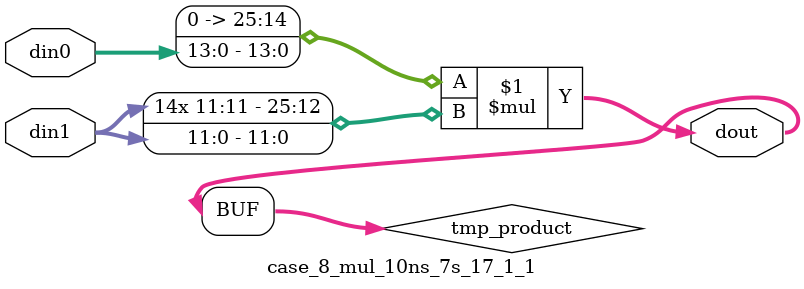
<source format=v>

`timescale 1 ns / 1 ps

 (* use_dsp = "no" *)  module case_8_mul_10ns_7s_17_1_1(din0, din1, dout);
parameter ID = 1;
parameter NUM_STAGE = 0;
parameter din0_WIDTH = 14;
parameter din1_WIDTH = 12;
parameter dout_WIDTH = 26;

input [din0_WIDTH - 1 : 0] din0; 
input [din1_WIDTH - 1 : 0] din1; 
output [dout_WIDTH - 1 : 0] dout;

wire signed [dout_WIDTH - 1 : 0] tmp_product;

























assign tmp_product = $signed({1'b0, din0}) * $signed(din1);










assign dout = tmp_product;





















endmodule

</source>
